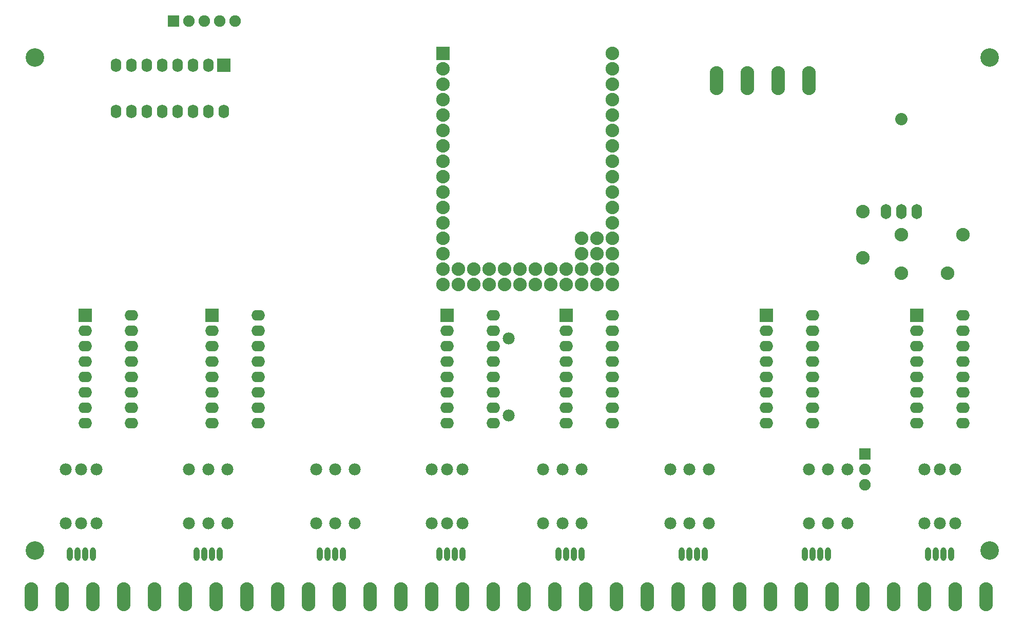
<source format=gbs>
G04 DipTrace 2.4.0.2*
%INhorowitzv.1.2_BottomMask.GBS*%
%MOIN*%
%ADD15C,0.08*%
%ADD32C,0.12*%
%ADD43O,0.068X0.088*%
%ADD45C,0.0749*%
%ADD47R,0.0749X0.0749*%
%ADD49C,0.088*%
%ADD51O,0.068X0.098*%
%ADD53C,0.088*%
%ADD55C,0.078*%
%ADD57O,0.038X0.088*%
%ADD59O,0.088X0.068*%
%ADD61R,0.088X0.088*%
%ADD63O,0.088X0.188*%
%FSLAX44Y44*%
G04*
G70*
G90*
G75*
G01*
%LNBotMask*%
%LPD*%
D63*
X8940Y10440D3*
X10940D3*
X12940D3*
X14940D3*
X16940D3*
X18940D3*
X20940D3*
X22940D3*
X24940D3*
X26940D3*
X28940D3*
X30940D3*
X32940D3*
X34940D3*
X36940D3*
X38940D3*
X40940D3*
X42940D3*
X44940D3*
X46940D3*
X48940D3*
X50940D3*
X52940D3*
X54940D3*
X56940D3*
X58940D3*
X60940D3*
X62940D3*
X64940D3*
X66940D3*
X68940D3*
X70940D3*
D61*
X12440Y28690D3*
D59*
Y27690D3*
Y26690D3*
Y25690D3*
Y24690D3*
Y23690D3*
Y22690D3*
Y21690D3*
X15440Y28690D3*
Y27690D3*
Y26690D3*
Y25690D3*
Y24690D3*
Y23690D3*
Y22690D3*
Y21690D3*
D61*
X20690Y28690D3*
D59*
Y27690D3*
Y26690D3*
Y25690D3*
Y24690D3*
Y23690D3*
Y22690D3*
Y21690D3*
X23690Y28690D3*
Y27690D3*
Y26690D3*
Y25690D3*
Y24690D3*
Y23690D3*
Y22690D3*
Y21690D3*
D61*
X35940Y28690D3*
D59*
Y27690D3*
Y26690D3*
Y25690D3*
Y24690D3*
Y23690D3*
Y22690D3*
Y21690D3*
X38940Y28690D3*
Y27690D3*
Y26690D3*
Y25690D3*
Y24690D3*
Y23690D3*
Y22690D3*
Y21690D3*
D61*
X43690Y28690D3*
D59*
Y27690D3*
Y26690D3*
Y25690D3*
Y24690D3*
Y23690D3*
Y22690D3*
Y21690D3*
X46690Y28690D3*
Y27690D3*
Y26690D3*
Y25690D3*
Y24690D3*
Y23690D3*
Y22690D3*
Y21690D3*
D61*
X56690Y28690D3*
D59*
Y27690D3*
Y26690D3*
Y25690D3*
Y24690D3*
Y23690D3*
Y22690D3*
Y21690D3*
X59690Y28690D3*
Y27690D3*
Y26690D3*
Y25690D3*
Y24690D3*
Y23690D3*
Y22690D3*
Y21690D3*
D61*
X66440Y28690D3*
D59*
Y27690D3*
Y26690D3*
Y25690D3*
Y24690D3*
Y23690D3*
Y22690D3*
Y21690D3*
X69440Y28690D3*
Y27690D3*
Y26690D3*
Y25690D3*
Y24690D3*
Y23690D3*
Y22690D3*
Y21690D3*
D57*
X11440Y13190D3*
X11940D3*
X12440D3*
X12940D3*
X19690D3*
X20190D3*
X20690D3*
X21190D3*
X27690D3*
X28190D3*
X28690D3*
X29190D3*
X35440D3*
X35940D3*
X36440D3*
X36940D3*
X43190D3*
X43690D3*
X44190D3*
X44690D3*
X51190D3*
X51690D3*
X52190D3*
X52690D3*
X59190D3*
X59690D3*
X60190D3*
X60690D3*
X67190D3*
X67690D3*
X68190D3*
X68690D3*
D55*
X11190Y15190D3*
Y18690D3*
X12190Y15190D3*
Y18690D3*
X13190Y15190D3*
Y18690D3*
X19190Y15190D3*
Y18690D3*
X20440Y15190D3*
Y18690D3*
X21690Y15190D3*
Y18690D3*
X27440Y15190D3*
Y18690D3*
X28690Y15190D3*
Y18690D3*
X29940Y15190D3*
Y18690D3*
X34940Y15190D3*
Y18690D3*
X35940Y15190D3*
Y18690D3*
X36940Y15190D3*
Y18690D3*
X42190Y15190D3*
Y18690D3*
X43440Y15190D3*
Y18690D3*
X44690Y15190D3*
Y18690D3*
X50440Y15190D3*
Y18690D3*
X51690Y15190D3*
Y18690D3*
X52940Y15190D3*
Y18690D3*
X59440Y15190D3*
Y18690D3*
X60690Y15190D3*
Y18690D3*
X61940Y15190D3*
Y18690D3*
X66940Y15190D3*
Y18690D3*
X67940Y15190D3*
Y18690D3*
X68940Y15190D3*
Y18690D3*
X39940Y27190D3*
Y22190D3*
D61*
X35690Y45690D3*
D53*
Y44690D3*
Y43690D3*
Y42690D3*
Y41690D3*
Y40690D3*
Y39690D3*
Y38690D3*
Y37690D3*
Y36690D3*
Y35690D3*
Y34690D3*
Y33690D3*
Y32690D3*
Y31690D3*
Y30690D3*
X36690D3*
X37690D3*
X38690D3*
X39690D3*
X40690D3*
X41690D3*
X42690D3*
X43690D3*
X44690D3*
X45690D3*
X46690D3*
Y31690D3*
Y32690D3*
Y33690D3*
Y34690D3*
Y35690D3*
Y36690D3*
Y37690D3*
Y38690D3*
Y39690D3*
Y40690D3*
Y41690D3*
Y42690D3*
Y43690D3*
Y44690D3*
Y45690D3*
X45690Y31690D3*
X44690D3*
X43690D3*
X42690D3*
X41690D3*
X40690D3*
X39690D3*
X38690D3*
X37690D3*
X36690D3*
X44690Y33690D3*
Y32690D3*
X45690Y33690D3*
Y32690D3*
D51*
X64440Y35440D3*
X65440D3*
X66440D3*
D15*
X65440Y41440D3*
D63*
X53440Y43940D3*
X55440D3*
X57440D3*
X59440D3*
D49*
X65440Y33940D3*
X69440D3*
X62940Y32440D3*
Y35440D3*
X65440Y31440D3*
X68440D3*
D47*
X63070Y19690D3*
D45*
Y18690D3*
Y17690D3*
D61*
X21440Y44940D3*
D43*
X20440D3*
X19440D3*
X18440D3*
X17440D3*
X16440D3*
X15440D3*
X14440D3*
X21440Y41940D3*
X20440D3*
X19440D3*
X18440D3*
X17440D3*
X16440D3*
X15440D3*
X14440D3*
D47*
X18190Y47815D3*
D45*
X19190D3*
X20190D3*
X21190D3*
X22190D3*
D32*
X9190Y45440D3*
X71190D3*
X9190Y13440D3*
X71190D3*
M02*

</source>
